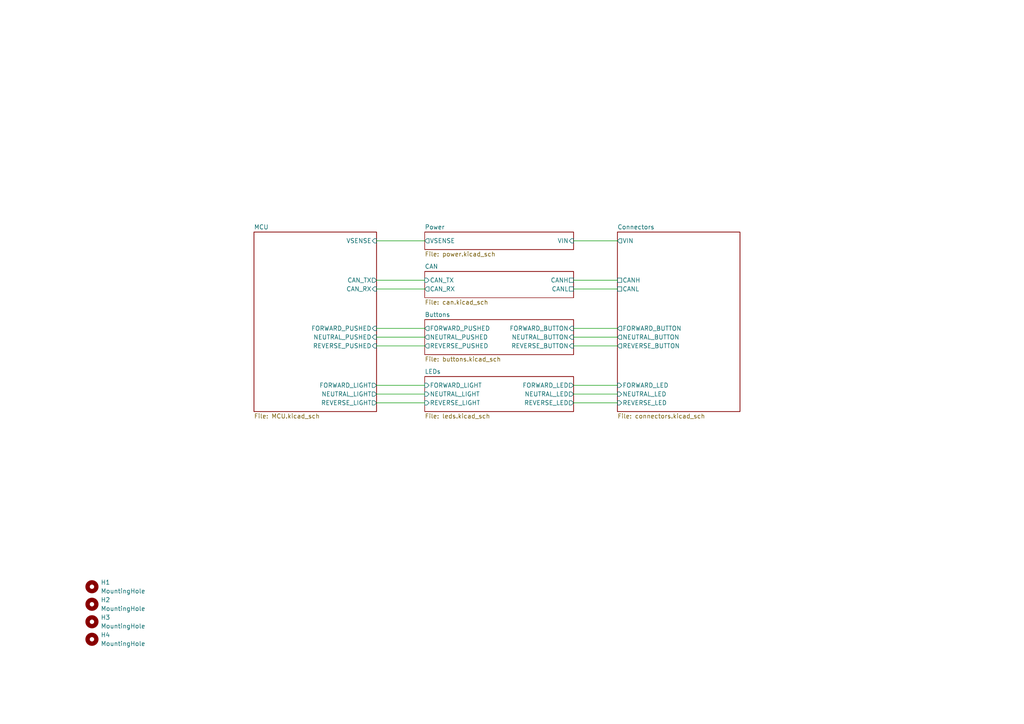
<source format=kicad_sch>
(kicad_sch (version 20231120) (generator "eeschema") (generator_version "8.0")
  (paper "A4")
  (lib_symbols
    (symbol "Mechanical:MountingHole" (pin_names (offset 1.016)) (exclude_from_sim yes) (in_bom no)
      (property "Reference" "H" (at 0 5.08 0))
      (property "Value" "MountingHole" (at 0 3.175 0))
      (symbol "MountingHole_0_1"
        (circle (center 0 0) (radius 1.27) (stroke (width 1.27)))
      )
    )
  )
  (wire (pts (xy 109.22 95.25) (xy 123.19 95.25)))
  (wire (pts (xy 109.22 111.76) (xy 123.19 111.76)))
  (wire (pts (xy 109.22 114.3) (xy 123.19 114.3)))
  (wire (pts (xy 166.37 114.3) (xy 179.07 114.3)))
  (wire (pts (xy 166.37 83.82) (xy 179.07 83.82)))
  (wire (pts (xy 166.37 95.25) (xy 179.07 95.25)))
  (wire (pts (xy 109.22 69.85) (xy 123.19 69.85)))
  (wire (pts (xy 109.22 81.28) (xy 123.19 81.28)))
  (wire (pts (xy 166.37 97.79) (xy 179.07 97.79)))
  (wire (pts (xy 109.22 116.84) (xy 123.19 116.84)))
  (wire (pts (xy 109.22 100.33) (xy 123.19 100.33)))
  (wire (pts (xy 166.37 111.76) (xy 179.07 111.76)))
  (wire (pts (xy 166.37 116.84) (xy 179.07 116.84)))
  (wire (pts (xy 166.37 69.85) (xy 179.07 69.85)))
  (wire (pts (xy 109.22 83.82) (xy 123.19 83.82)))
  (wire (pts (xy 166.37 100.33) (xy 179.07 100.33)))
  (wire (pts (xy 109.22 97.79) (xy 123.19 97.79)))
  (wire (pts (xy 166.37 81.28) (xy 179.07 81.28)))
  (symbol (lib_id "Mechanical:MountingHole") (at 26.67 180.34 0) (unit 1) (exclude_from_sim yes) (in_bom no)
    (property "Reference" "H3" (at 29.21 179.0699 0) (effects (justify left)))
    (property "Value" "MountingHole" (at 29.21 181.6099 0) (effects (justify left)))
    (property "Footprint" "MountingHole:MountingHole_3.2mm_M3" (effects (hide yes)))
    (property "Description" "Mounting Hole without connection" (effects (hide yes)))
  )
  (symbol (lib_id "Mechanical:MountingHole") (at 26.67 170.18 0) (unit 1) (exclude_from_sim yes) (in_bom no)
    (property "Reference" "H1" (at 29.21 168.9099 0) (effects (justify left)))
    (property "Value" "MountingHole" (at 29.21 171.4499 0) (effects (justify left)))
    (property "Footprint" "MountingHole:MountingHole_3.2mm_M3" (effects (hide yes)))
    (property "Description" "Mounting Hole without connection" (effects (hide yes)))
  )
  (symbol (lib_id "Mechanical:MountingHole") (at 26.67 185.42 0) (unit 1) (exclude_from_sim yes) (in_bom no)
    (property "Reference" "H4" (at 29.21 184.1499 0) (effects (justify left)))
    (property "Value" "MountingHole" (at 29.21 186.6899 0) (effects (justify left)))
    (property "Footprint" "MountingHole:MountingHole_3.2mm_M3" (effects (hide yes)))
    (property "Description" "Mounting Hole without connection" (effects (hide yes)))
  )
  (symbol (lib_id "Mechanical:MountingHole") (at 26.67 175.26 0) (unit 1) (exclude_from_sim yes) (in_bom no)
    (property "Reference" "H2" (at 29.21 173.9899 0) (effects (justify left)))
    (property "Value" "MountingHole" (at 29.21 176.5299 0) (effects (justify left)))
    (property "Footprint" "MountingHole:MountingHole_3.2mm_M3" (effects (hide yes)))
    (property "Description" "Mounting Hole without connection" (effects (hide yes)))
  )
  (sheet (at 123.19 92.71) (size 43.18 10.16) (stroke (width 0.1524))
    (property "Sheetname" "Buttons" (at 123.19 91.9984 0) (effects (justify left bottom)))
    (property "Sheetfile" "buttons.kicad_sch" (at 123.19 103.4546 0) (effects (justify left top)))
    (pin "FORWARD_BUTTON" input (at 166.37 95.25 0))
    (pin "NEUTRAL_BUTTON" input (at 166.37 97.79 0))
    (pin "REVERSE_BUTTON" input (at 166.37 100.33 0))
    (pin "NEUTRAL_PUSHED" output (at 123.19 97.79 180))
    (pin "FORWARD_PUSHED" output (at 123.19 95.25 180))
    (pin "REVERSE_PUSHED" output (at 123.19 100.33 180))
  )
  (sheet (at 123.19 67.31) (size 43.18 5.08) (stroke (width 0.1524))
    (property "Sheetname" "Power" (at 123.19 66.5984 0) (effects (justify left bottom)))
    (property "Sheetfile" "power.kicad_sch" (at 123.19 72.9746 0) (effects (justify left top)))
    (pin "VIN" input (at 166.37 69.85 0))
    (pin "VSENSE" output (at 123.19 69.85 180))
  )
  (sheet (at 179.07 67.31) (size 35.56 52.07) (stroke (width 0.1524))
    (property "Sheetname" "Connectors" (at 179.07 66.5984 0) (effects (justify left bottom)))
    (property "Sheetfile" "connectors.kicad_sch" (at 179.07 119.9646 0) (effects (justify left top)))
    (pin "CANL" passive (at 179.07 83.82 180))
    (pin "CANH" passive (at 179.07 81.28 180))
    (pin "VIN" output (at 179.07 69.85 180))
    (pin "FORWARD_LED" input (at 179.07 111.76 180))
    (pin "FORWARD_BUTTON" output (at 179.07 95.25 180))
    (pin "NEUTRAL_LED" input (at 179.07 114.3 180))
    (pin "NEUTRAL_BUTTON" output (at 179.07 97.79 180))
    (pin "REVERSE_LED" input (at 179.07 116.84 180))
    (pin "REVERSE_BUTTON" output (at 179.07 100.33 180))
  )
  (sheet (at 73.66 67.31) (size 35.56 52.07) (stroke (width 0.1524))
    (property "Sheetname" "MCU" (at 73.66 66.5984 0) (effects (justify left bottom)))
    (property "Sheetfile" "MCU.kicad_sch" (at 73.66 119.9646 0) (effects (justify left top)))
    (pin "NEUTRAL_PUSHED" input (at 109.22 97.79 0))
    (pin "REVERSE_PUSHED" input (at 109.22 100.33 0))
    (pin "FORWARD_LIGHT" output (at 109.22 111.76 0))
    (pin "NEUTRAL_LIGHT" output (at 109.22 114.3 0))
    (pin "REVERSE_LIGHT" output (at 109.22 116.84 0))
    (pin "VSENSE" input (at 109.22 69.85 0))
    (pin "FORWARD_PUSHED" input (at 109.22 95.25 0))
    (pin "CAN_RX" input (at 109.22 83.82 0))
    (pin "CAN_TX" output (at 109.22 81.28 0))
  )
  (sheet (at 123.19 78.74) (size 43.18 7.62) (stroke (width 0.1524))
    (property "Sheetname" "CAN" (at 123.19 78.0284 0) (effects (justify left bottom)))
    (property "Sheetfile" "can.kicad_sch" (at 123.19 86.9446 0) (effects (justify left top)))
    (pin "CANH" passive (at 166.37 81.28 0))
    (pin "CANL" passive (at 166.37 83.82 0))
    (pin "CAN_TX" input (at 123.19 81.28 180))
    (pin "CAN_RX" output (at 123.19 83.82 180))
  )
  (sheet (at 123.19 109.22) (size 43.18 10.16) (stroke (width 0.1524))
    (property "Sheetname" "LEDs" (at 123.19 108.5084 0) (effects (justify left bottom)))
    (property "Sheetfile" "leds.kicad_sch" (at 123.19 119.9646 0) (effects (justify left top)))
    (pin "FORWARD_LED" output (at 166.37 111.76 0))
    (pin "NEUTRAL_LED" output (at 166.37 114.3 0))
    (pin "REVERSE_LED" output (at 166.37 116.84 0))
    (pin "FORWARD_LIGHT" input (at 123.19 111.76 180))
    (pin "NEUTRAL_LIGHT" input (at 123.19 114.3 180))
    (pin "REVERSE_LIGHT" input (at 123.19 116.84 180))
  )
)
</source>
